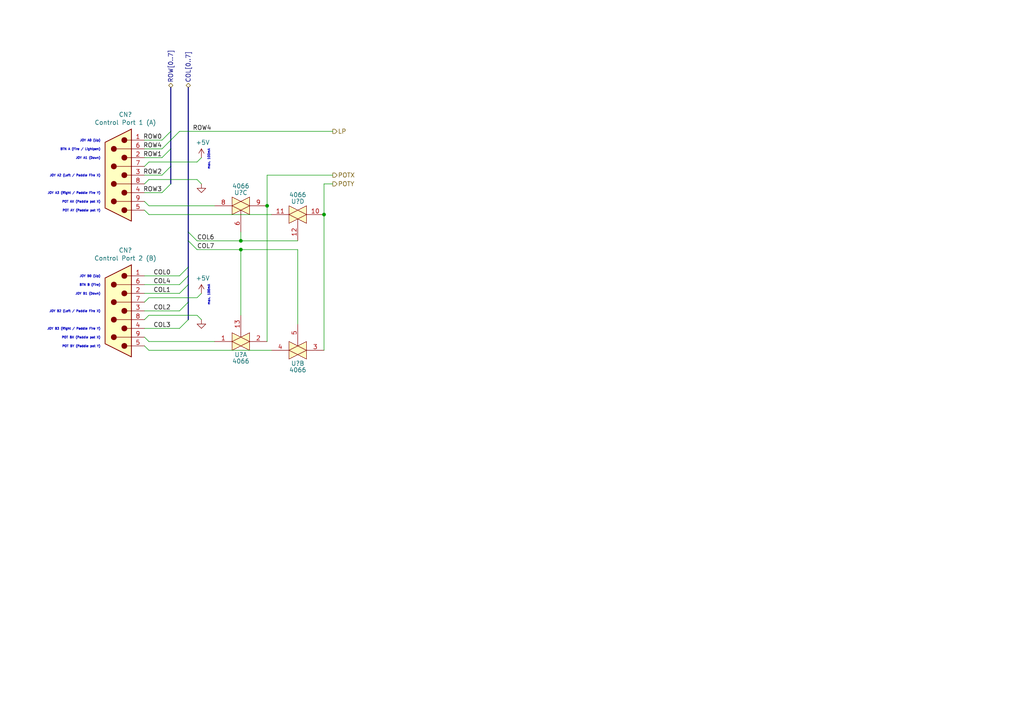
<source format=kicad_sch>
(kicad_sch (version 20231120) (generator "eeschema") (generator_version "8.0")
  (paper "A4")
  (title_block (title "Commodore 64 - Control Ports (schematic #251469)") (date "2019-08-11") (rev "0.2") (company "Commodore Business Machines, Inc.") (comment 1 "Based on C64/C64C Service Manual (1992-03) pp. 31-32 [PN-314001-03]") (comment 4 "KiCad schematic capture by Cumbayah! <cumbayah@subetha.dk>"))
  (lib_symbols
    (symbol "4xxx:4066" (pin_names (offset 1.016))
      (property "Reference" "U" (at -7.62 8.89 0))
      (property "Value" "4066" (at -7.62 -8.89 0))
      (symbol "4066_1_0"
        (polyline (pts (xy 0 1.27) (xy 0 2.54)) (stroke (width 0.1524)))
        (polyline (pts (xy -2.54 0) (xy 2.54 2.54) (xy 2.54 -2.54) (xy -2.54 0)) (fill (type background)))
        (polyline (pts (xy -2.54 2.54) (xy 2.54 0) (xy -2.54 -2.54) (xy -2.54 2.54)) (fill (type background)))
        (pin passive line (at -7.62 0 0) (length 5.08) (name "~") (number "1"))
        (pin input line (at 0 7.62 270) (length 5.08) (name "~") (number "13"))
        (pin passive line (at 7.62 0 180) (length 5.08) (name "~") (number "2"))
      )
      (symbol "4066_2_0"
        (polyline (pts (xy 0 1.27) (xy 0 2.54)) (stroke (width 0.1524)))
        (polyline (pts (xy -2.54 0) (xy 2.54 2.54) (xy 2.54 -2.54) (xy -2.54 0)) (fill (type background)))
        (polyline (pts (xy -2.54 2.54) (xy 2.54 0) (xy -2.54 -2.54) (xy -2.54 2.54)) (fill (type background)))
        (pin passive line (at 7.62 0 180) (length 5.08) (name "~") (number "3"))
        (pin passive line (at -7.62 0 0) (length 5.08) (name "~") (number "4"))
        (pin input line (at 0 7.62 270) (length 5.08) (name "~") (number "5"))
      )
      (symbol "4066_3_0"
        (polyline (pts (xy 0 1.27) (xy 0 2.54)) (stroke (width 0.1524)))
        (polyline (pts (xy -2.54 0) (xy 2.54 2.54) (xy 2.54 -2.54) (xy -2.54 0)) (fill (type background)))
        (polyline (pts (xy -2.54 2.54) (xy 2.54 0) (xy -2.54 -2.54) (xy -2.54 2.54)) (fill (type background)))
        (pin input line (at 0 7.62 270) (length 5.08) (name "~") (number "6"))
        (pin passive line (at -7.62 0 0) (length 5.08) (name "~") (number "8"))
        (pin passive line (at 7.62 0 180) (length 5.08) (name "~") (number "9"))
      )
      (symbol "4066_4_0"
        (polyline (pts (xy 0 1.27) (xy 0 2.54)) (stroke (width 0.1524)))
        (polyline (pts (xy -2.54 0) (xy 2.54 2.54) (xy 2.54 -2.54) (xy -2.54 0)) (fill (type background)))
        (polyline (pts (xy -2.54 2.54) (xy 2.54 0) (xy -2.54 -2.54) (xy -2.54 2.54)) (fill (type background)))
        (pin passive line (at 7.62 0 180) (length 5.08) (name "~") (number "10"))
        (pin passive line (at -7.62 0 0) (length 5.08) (name "~") (number "11"))
        (pin input line (at 0 7.62 270) (length 5.08) (name "~") (number "12"))
      )
      (symbol "4066_5_0"
        (pin power_in line (at 0 12.7 270) (length 5.08) (name "VDD") (number "14"))
        (pin power_in line (at 0 -12.7 90) (length 5.08) (name "VSS") (number "7"))
      )
      (symbol "4066_5_1"
        (rectangle (start -5.08 7.62) (end 5.08 -7.62) (stroke (width 0.254)) (fill (type background)))
      )
    )
    (symbol "C64B-rescue:+5V-power" (power) (pin_names (offset 0))
      (property "Value" "power_+5V" (at 0 3.556 0))
      (symbol "+5V-power_0_1"
        (polyline (pts (xy -0.762 1.27) (xy 0 2.54)))
        (polyline (pts (xy 0 0) (xy 0 2.54)))
        (polyline (pts (xy 0 2.54) (xy 0.762 1.27)))
      )
      (symbol "+5V-power_1_1"
        (pin power_in line (at 0 0 90) (length 0) hide (name "+5V") (number "1"))
      )
    )
    (symbol "C64B-rescue:DB9_Male-Connector" (pin_names (offset 1.016) hide)
      (property "Reference" "J" (at 0 13.97 0))
      (property "Value" "Connector_DB9_Male" (at 0 -14.605 0))
      (symbol "DB9_Male-Connector_0_1"
        (circle (center -1.778 -10.16) (radius 0.762) (fill (type outline)))
        (circle (center -1.778 -5.08) (radius 0.762) (fill (type outline)))
        (circle (center -1.778 0) (radius 0.762) (fill (type outline)))
        (circle (center -1.778 5.08) (radius 0.762) (fill (type outline)))
        (circle (center -1.778 10.16) (radius 0.762) (fill (type outline)))
        (polyline (pts (xy -3.81 -10.16) (xy -2.54 -10.16)))
        (polyline (pts (xy -3.81 -7.62) (xy 0.508 -7.62)))
        (polyline (pts (xy -3.81 -5.08) (xy -2.54 -5.08)))
        (polyline (pts (xy -3.81 -2.54) (xy 0.508 -2.54)))
        (polyline (pts (xy -3.81 0) (xy -2.54 0)))
        (polyline (pts (xy -3.81 2.54) (xy 0.508 2.54)))
        (polyline (pts (xy -3.81 5.08) (xy -2.54 5.08)))
        (polyline (pts (xy -3.81 7.62) (xy 0.508 7.62)))
        (polyline (pts (xy -3.81 10.16) (xy -2.54 10.16)))
        (polyline (pts (xy -3.81 -13.335) (xy -3.81 13.335) (xy 3.81 9.525) (xy 3.81 -9.525) (xy -3.81 -13.335)) (stroke (width 0.254)) (fill (type background)))
        (circle (center 1.27 -7.62) (radius 0.762) (fill (type outline)))
        (circle (center 1.27 -2.54) (radius 0.762) (fill (type outline)))
        (circle (center 1.27 2.54) (radius 0.762) (fill (type outline)))
        (circle (center 1.27 7.62) (radius 0.762) (fill (type outline)))
      )
      (symbol "DB9_Male-Connector_1_1"
        (pin passive line (at -7.62 -10.16 0) (length 3.81) (name "1") (number "1"))
        (pin passive line (at -7.62 -5.08 0) (length 3.81) (name "2") (number "2"))
        (pin passive line (at -7.62 0 0) (length 3.81) (name "3") (number "3"))
        (pin passive line (at -7.62 5.08 0) (length 3.81) (name "4") (number "4"))
        (pin passive line (at -7.62 10.16 0) (length 3.81) (name "5") (number "5"))
        (pin passive line (at -7.62 -7.62 0) (length 3.81) (name "6") (number "6"))
        (pin passive line (at -7.62 -2.54 0) (length 3.81) (name "7") (number "7"))
        (pin passive line (at -7.62 2.54 0) (length 3.81) (name "8") (number "8"))
        (pin passive line (at -7.62 7.62 0) (length 3.81) (name "9") (number "9"))
      )
    )
    (symbol "C64B-rescue:GND-power" (power) (pin_names (offset 0))
      (property "Value" "power_GND" (at 0 -3.81 0))
      (symbol "GND-power_0_1"
        (polyline (pts (xy 0 0) (xy 0 -1.27) (xy 1.27 -1.27) (xy 0 -2.54) (xy -1.27 -1.27) (xy 0 -1.27)))
      )
      (symbol "GND-power_1_1"
        (pin power_in line (at 0 0 270) (length 0) hide (name "GND") (number "1"))
      )
    )
  )
  (junction (at 77.47 59.69))
  (junction (at 69.85 69.85))
  (junction (at 93.98 62.23))
  (junction (at 69.85 72.39))
  (bus_entry (at 54.61 67.31) (size 2.54 2.54))
  (bus_entry (at 52.07 38.1) (size -2.54 2.54))
  (bus_entry (at 52.07 80.01) (size 2.54 -2.54))
  (bus_entry (at 46.99 45.72) (size 2.54 -2.54))
  (bus_entry (at 54.61 69.85) (size 2.54 2.54))
  (bus_entry (at 46.99 40.64) (size 2.54 -2.54))
  (bus_entry (at 46.99 50.8) (size 2.54 -2.54))
  (bus_entry (at 52.07 95.25) (size 2.54 -2.54))
  (bus_entry (at 46.99 43.18) (size 2.54 -2.54))
  (bus_entry (at 52.07 85.09) (size 2.54 -2.54))
  (bus_entry (at 52.07 82.55) (size 2.54 -2.54))
  (bus_entry (at 52.07 90.17) (size 2.54 -2.54))
  (bus_entry (at 46.99 55.88) (size 2.54 -2.54))
  (wire (pts (xy 41.91 85.09) (xy 52.07 85.09)))
  (wire (pts (xy 43.18 99.06) (xy 62.23 99.06)))
  (bus (pts (xy 54.61 77.47) (xy 54.61 80.01)))
  (wire (pts (xy 43.18 59.69) (xy 62.23 59.69)))
  (wire (pts (xy 69.85 91.44) (xy 69.85 72.39)))
  (wire (pts (xy 41.91 87.63) (xy 43.18 86.36)))
  (bus (pts (xy 54.61 82.55) (xy 54.61 87.63)))
  (wire (pts (xy 41.91 82.55) (xy 52.07 82.55)))
  (wire (pts (xy 41.91 80.01) (xy 52.07 80.01)))
  (wire (pts (xy 57.15 86.36) (xy 58.42 85.09)))
  (bus (pts (xy 54.61 69.85) (xy 54.61 77.47)))
  (wire (pts (xy 57.15 46.99) (xy 58.42 45.72)))
  (wire (pts (xy 41.91 55.88) (xy 46.99 55.88)))
  (wire (pts (xy 57.15 69.85) (xy 69.85 69.85)))
  (wire (pts (xy 41.91 48.26) (xy 43.18 46.99)))
  (wire (pts (xy 93.98 53.34) (xy 96.52 53.34)))
  (wire (pts (xy 41.91 90.17) (xy 52.07 90.17)))
  (wire (pts (xy 69.85 72.39) (xy 86.36 72.39)))
  (bus (pts (xy 49.53 38.1) (xy 49.53 40.64)))
  (wire (pts (xy 93.98 62.23) (xy 93.98 53.34)))
  (wire (pts (xy 41.91 43.18) (xy 46.99 43.18)))
  (wire (pts (xy 43.18 46.99) (xy 57.15 46.99)))
  (wire (pts (xy 77.47 50.8) (xy 96.52 50.8)))
  (wire (pts (xy 57.15 72.39) (xy 69.85 72.39)))
  (wire (pts (xy 43.18 52.07) (xy 57.15 52.07)))
  (wire (pts (xy 43.18 91.44) (xy 57.15 91.44)))
  (wire (pts (xy 41.91 60.96) (xy 43.18 62.23)))
  (wire (pts (xy 43.18 62.23) (xy 78.74 62.23)))
  (wire (pts (xy 41.91 40.64) (xy 46.99 40.64)))
  (wire (pts (xy 41.91 45.72) (xy 46.99 45.72)))
  (wire (pts (xy 77.47 59.69) (xy 77.47 50.8)))
  (wire (pts (xy 41.91 92.71) (xy 43.18 91.44)))
  (bus (pts (xy 54.61 25.4) (xy 54.61 67.31)))
  (wire (pts (xy 41.91 95.25) (xy 52.07 95.25)))
  (wire (pts (xy 41.91 97.79) (xy 43.18 99.06)))
  (bus (pts (xy 49.53 43.18) (xy 49.53 48.26)))
  (wire (pts (xy 57.15 52.07) (xy 58.42 53.34)))
  (wire (pts (xy 43.18 86.36) (xy 57.15 86.36)))
  (wire (pts (xy 41.91 58.42) (xy 43.18 59.69)))
  (wire (pts (xy 93.98 101.6) (xy 93.98 62.23)))
  (bus (pts (xy 54.61 80.01) (xy 54.61 82.55)))
  (wire (pts (xy 69.85 67.31) (xy 69.85 69.85)))
  (wire (pts (xy 52.07 38.1) (xy 96.52 38.1)))
  (bus (pts (xy 54.61 67.31) (xy 54.61 69.85)))
  (bus (pts (xy 49.53 25.4) (xy 49.53 38.1)))
  (wire (pts (xy 41.91 53.34) (xy 43.18 52.07)))
  (bus (pts (xy 49.53 40.64) (xy 49.53 43.18)))
  (wire (pts (xy 86.36 93.98) (xy 86.36 72.39)))
  (wire (pts (xy 57.15 91.44) (xy 58.42 92.71)))
  (wire (pts (xy 43.18 101.6) (xy 78.74 101.6)))
  (wire (pts (xy 41.91 100.33) (xy 43.18 101.6)))
  (wire (pts (xy 41.91 50.8) (xy 46.99 50.8)))
  (bus (pts (xy 54.61 87.63) (xy 54.61 92.71)))
  (wire (pts (xy 77.47 99.06) (xy 77.47 59.69)))
  (wire (pts (xy 69.85 69.85) (xy 86.36 69.85)))
  (bus (pts (xy 49.53 48.26) (xy 49.53 53.34)))
  (text "BTN A (Fire / Lightpen)" (at 29.21 43.815 0) (effects (font (size 0.635 0.635)) (justify right bottom)))
  (text "JOY B3 (Right / Paddle Fire Y)" (at 29.21 95.885 0) (effects (font (size 0.635 0.635)) (justify right bottom)))
  (text "BTN B (Fire)" (at 29.21 83.185 0) (effects (font (size 0.635 0.635)) (justify right bottom)))
  (text "JOY B2 (Left / Paddle Fire X)" (at 29.21 90.805 0) (effects (font (size 0.635 0.635)) (justify right bottom)))
  (text "JOY A1 (Down)" (at 29.21 46.355 0) (effects (font (size 0.635 0.635)) (justify right bottom)))
  (text "POT AY (Paddle pot Y)" (at 29.21 61.595 0) (effects (font (size 0.635 0.635)) (justify right bottom)))
  (text "max. 100mA" (at 60.96 82.55 90) (effects (font (size 0.635 0.635)) (justify right bottom)))
  (text "POT BY (Paddle pot Y)" (at 29.21 100.965 0) (effects (font (size 0.635 0.635)) (justify right bottom)))
  (text "JOY B1 (Down)" (at 29.21 85.725 0) (effects (font (size 0.635 0.635)) (justify right bottom)))
  (text "POT AX (Paddle pot X)" (at 29.21 59.055 0) (effects (font (size 0.635 0.635)) (justify right bottom)))
  (text "JOY B0 (Up)" (at 29.21 80.645 0) (effects (font (size 0.635 0.635)) (justify right bottom)))
  (text "POT BX (Paddle pot X)" (at 29.21 98.425 0) (effects (font (size 0.635 0.635)) (justify right bottom)))
  (text "JOY A0 (Up)" (at 29.21 41.275 0) (effects (font (size 0.635 0.635)) (justify right bottom)))
  (text "JOY A2 (Left / Paddle Fire X)" (at 29.21 51.435 0) (effects (font (size 0.635 0.635)) (justify right bottom)))
  (text "max. 100mA" (at 60.96 43.18 90) (effects (font (size 0.635 0.635)) (justify right bottom)))
  (text "JOY A3 (Right / Paddle Fire Y)" (at 29.21 56.515 0) (effects (font (size 0.635 0.635)) (justify right bottom)))
  (label "ROW4" (at 46.99 43.18 180))
  (label "COL6" (at 57.15 69.85 0))
  (label "ROW0" (at 46.99 40.64 180))
  (label "ROW1" (at 46.99 45.72 180))
  (label "COL1" (at 49.53 85.09 180))
  (label "COL0" (at 49.53 80.01 180))
  (label "COL7" (at 57.15 72.39 0))
  (label "ROW4" (at 55.88 38.1 0))
  (label "ROW3" (at 46.99 55.88 180))
  (label "ROW2" (at 46.99 50.8 180))
  (label "COL4" (at 49.53 82.55 180))
  (label "COL3" (at 49.53 95.25 180))
  (label "COL2" (at 49.53 90.17 180))
  (hierarchical_label "COL[0..7]" (shape bidirectional) (at 54.61 25.4 90))
  (hierarchical_label "LP" (shape output) (at 96.52 38.1 0))
  (hierarchical_label "POTX" (shape output) (at 96.52 50.8 0))
  (hierarchical_label "POTY" (shape output) (at 96.52 53.34 0))
  (hierarchical_label "ROW[0..7]" (shape bidirectional) (at 49.53 25.4 90))
  (symbol (lib_id "C64B-rescue:GND-power") (at 58.42 53.34 0) (unit 1)
    (property "Reference" "#PWR0209" (effects (hide yes)))
    (property "Value" "GND" (effects (hide yes)))
  )
  (symbol (lib_id "C64B-rescue:+5V-power") (at 58.42 45.72 0) (unit 1)
    (property "Reference" "#PWR0204" (effects (hide yes)))
    (property "Value" "+5V" (at 58.801 41.3258 0))
  )
  (symbol (lib_id "C64B-rescue:GND-power") (at 58.42 92.71 0) (unit 1)
    (property "Reference" "#PWR0219" (effects (hide yes)))
    (property "Value" "GND" (effects (hide yes)))
  )
  (symbol (lib_id "C64B-rescue:+5V-power") (at 58.42 85.09 0) (unit 1)
    (property "Reference" "#PWR0220" (effects (hide yes)))
    (property "Value" "+5V" (at 58.801 80.6958 0))
  )
  (symbol (lib_id "C64B-rescue:DB9_Male-Connector") (at 34.29 90.17 180) (unit 1)
    (property "Reference" "CN8" (at 36.3728 72.5932 0))
    (property "Value" "Control Port 2 (B)" (at 36.3728 74.9046 0))
    (instances (project "" (path "" (reference "CN?") (unit 1)) (path "" (reference "CN8") (unit 1))))
  )
  (symbol (lib_id "C64B-rescue:DB9_Male-Connector") (at 34.29 50.8 180) (unit 1)
    (property "Reference" "CN9" (at 36.3728 33.2232 0))
    (property "Value" "Control Port 1 (A)" (at 36.3728 35.5346 0))
    (instances (project "" (path "" (reference "CN?") (unit 1)) (path "" (reference "CN9") (unit 1))))
  )
  (symbol (lib_id "4xxx:4066") (at 86.36 62.23 0) (mirror x) (unit 4)
    (property "Reference" "U28" (at 86.36 58.42 0))
    (property "Value" "4066" (at 86.36 56.515 0))
    (property "Datasheet" "http://www.ti.com/lit/ds/symlink/cd4066b.pdf" (effects (hide yes)))
    (instances (project "" (path "" (reference "U?") (unit 4)) (path "" (reference "U28") (unit 4))))
  )
  (symbol (lib_id "4xxx:4066") (at 69.85 59.69 0) (mirror x) (unit 3)
    (property "Reference" "U28" (at 69.85 55.88 0))
    (property "Value" "4066" (at 69.85 53.975 0))
    (property "Datasheet" "http://www.ti.com/lit/ds/symlink/cd4066b.pdf" (effects (hide yes)))
    (instances (project "" (path "" (reference "U?") (unit 3)) (path "" (reference "U28") (unit 3))))
  )
  (symbol (lib_id "4xxx:4066") (at 86.36 101.6 0) (unit 2)
    (property "Reference" "U28" (at 86.36 105.41 0))
    (property "Value" "4066" (at 86.36 107.315 0))
    (property "Datasheet" "http://www.ti.com/lit/ds/symlink/cd4066b.pdf" (effects (hide yes)))
    (instances (project "" (path "" (reference "U?") (unit 2)) (path "" (reference "U28") (unit 2))))
  )
  (symbol (lib_id "4xxx:4066") (at 69.85 99.06 0) (unit 1)
    (property "Reference" "U28" (at 69.85 102.87 0))
    (property "Value" "4066" (at 69.85 104.775 0))
    (property "Datasheet" "http://www.ti.com/lit/ds/symlink/cd4066b.pdf" (effects (hide yes)))
    (instances (project "" (path "" (reference "U?") (unit 1)) (path "" (reference "U28") (unit 1))))
  )
)
</source>
